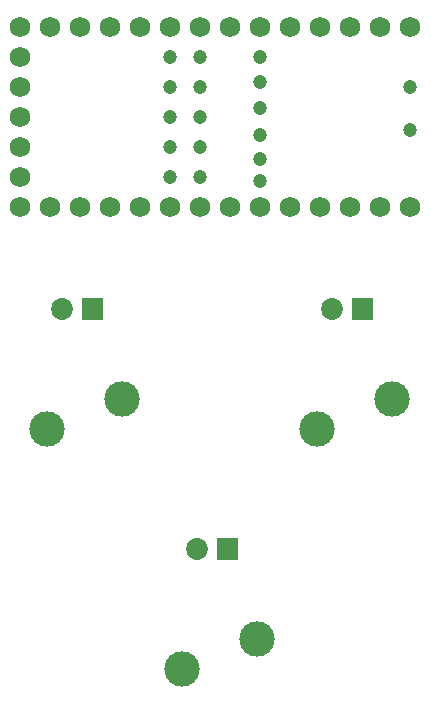
<source format=gbs>
G04 Layer: BottomSolderMaskLayer*
G04 EasyEDA v6.4.7, 2021-04-23T08:58:56+01:00*
G04 f878487c93b54eac8d99160b99debade,c10319bd9b054561a6d5c4568292690b,NaN*
G04 Gerber Generator version 0.2*
G04 Scale: 100 percent, Rotated: No, Reflected: No *
G04 Dimensions in millimeters *
G04 leading zeros omitted , absolute positions ,3 integer and 3 decimal *
%FSLAX33Y33*%
%MOMM*%
G90*
D02*

%ADD17C,1.727200*%
%ADD18C,1.203198*%
%ADD19C,2.997200*%
%ADD20C,1.854200*%

%LPD*%
G54D17*
G01X39624Y45339D03*
G01X34544Y45339D03*
G01X21844Y45339D03*
G01X19304Y45339D03*
G01X16764Y45339D03*
G01X14224Y45339D03*
G01X37084Y45339D03*
G01X11684Y45339D03*
G01X9144Y45339D03*
G01X6604Y45339D03*
G01X6604Y47879D03*
G01X6604Y50419D03*
G01X6604Y52959D03*
G01X6604Y55499D03*
G01X6604Y58039D03*
G01X6604Y60579D03*
G01X9144Y60579D03*
G01X11684Y60579D03*
G01X14224Y60579D03*
G01X16764Y60579D03*
G01X19304Y60579D03*
G01X21844Y60579D03*
G01X24384Y60579D03*
G01X26924Y60579D03*
G01X29464Y60579D03*
G01X32004Y60579D03*
G01X34544Y60579D03*
G01X37084Y60579D03*
G01X39624Y60579D03*
G54D18*
G01X19304Y55499D03*
G01X19304Y52959D03*
G01X19304Y50419D03*
G01X19304Y47879D03*
G01X21844Y58039D03*
G01X21844Y55499D03*
G01X21844Y52959D03*
G01X21844Y50419D03*
G01X21844Y47879D03*
G01X19304Y58039D03*
G01X26924Y58039D03*
G01X26924Y55880D03*
G01X26924Y53721D03*
G01X26924Y51435D03*
G01X26924Y49403D03*
G01X26924Y47498D03*
G01X39624Y55499D03*
G01X39624Y51816D03*
G54D19*
G01X15240Y29083D03*
G01X8890Y26543D03*
G54D20*
G01X10160Y36703D03*
G36*
G01X11772Y35775D02*
G01X11772Y37630D01*
G01X13627Y37630D01*
G01X13627Y35775D01*
G01X11772Y35775D01*
G37*
G36*
G01X23202Y15455D02*
G01X23202Y17310D01*
G01X25057Y17310D01*
G01X25057Y15455D01*
G01X23202Y15455D01*
G37*
G01X21590Y16383D03*
G54D19*
G01X20320Y6223D03*
G01X26670Y8763D03*
G36*
G01X34632Y35775D02*
G01X34632Y37630D01*
G01X36487Y37630D01*
G01X36487Y35775D01*
G01X34632Y35775D01*
G37*
G54D20*
G01X33020Y36703D03*
G54D19*
G01X31750Y26543D03*
G01X38100Y29083D03*
G54D17*
G01X24384Y45339D03*
G01X26924Y45339D03*
G01X29464Y45339D03*
G01X32004Y45339D03*
M00*
M02*

</source>
